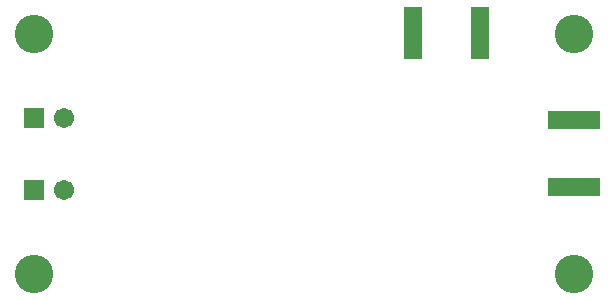
<source format=gbr>
%TF.GenerationSoftware,Altium Limited,Altium Designer,22.5.1 (42)*%
G04 Layer_Color=16711935*
%FSLAX26Y26*%
%MOIN*%
%TF.SameCoordinates,B04901F9-BF46-49F9-850C-5E78856F6392*%
%TF.FilePolarity,Negative*%
%TF.FileFunction,Soldermask,Bot*%
%TF.Part,Single*%
G01*
G75*
%TA.AperFunction,ConnectorPad*%
%ADD25R,0.173354X0.061150*%
%TA.AperFunction,SMDPad,CuDef*%
%ADD26R,0.061150X0.173354*%
%TA.AperFunction,ComponentPad*%
%ADD27C,0.067055*%
%ADD28R,0.067055X0.067055*%
%TA.AperFunction,WasherPad*%
%ADD29C,0.128000*%
D25*
X2902126Y1388780D02*
D03*
Y1611220D02*
D03*
D26*
X2363780Y1902126D02*
D03*
X2586220D02*
D03*
D27*
X1200000Y1380000D02*
D03*
Y1620000D02*
D03*
D28*
X1100000Y1380000D02*
D03*
Y1620000D02*
D03*
D29*
Y1900000D02*
D03*
Y1100000D02*
D03*
X2900000D02*
D03*
Y1900000D02*
D03*
%TF.MD5,8641fd2e953464ccdc83f9292eadc4f7*%
M02*

</source>
